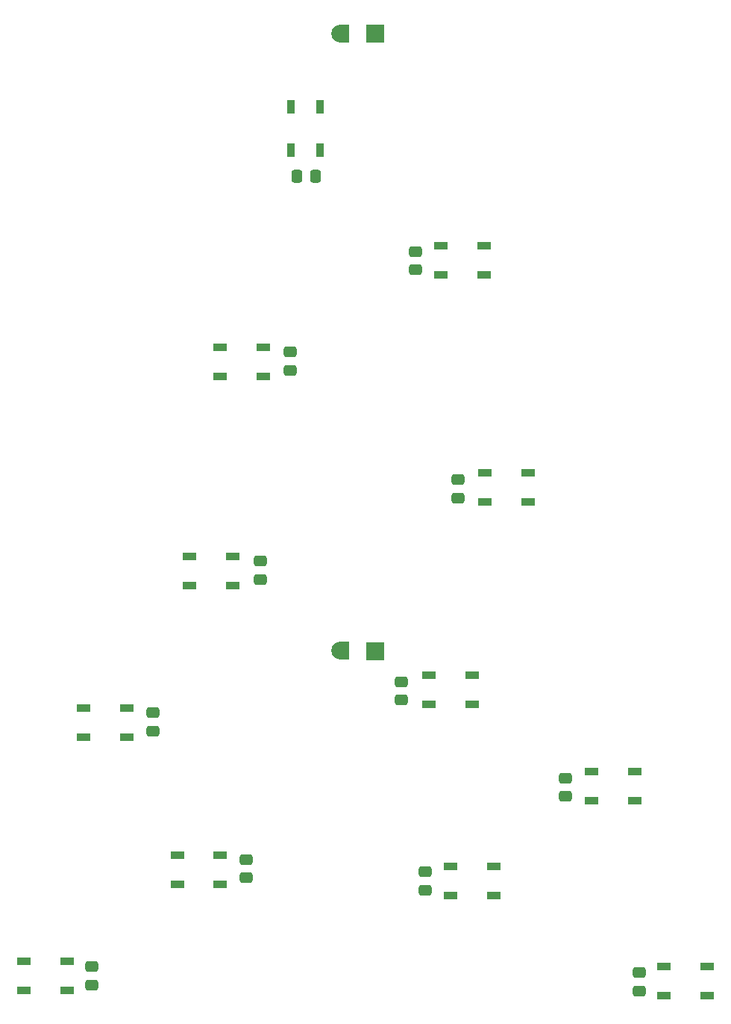
<source format=gtp>
G04 #@! TF.GenerationSoftware,KiCad,Pcbnew,8.0.6*
G04 #@! TF.CreationDate,2024-11-23T10:35:43+01:00*
G04 #@! TF.ProjectId,ChristmasTree,43687269-7374-46d6-9173-547265652e6b,rev?*
G04 #@! TF.SameCoordinates,Original*
G04 #@! TF.FileFunction,Paste,Top*
G04 #@! TF.FilePolarity,Positive*
%FSLAX46Y46*%
G04 Gerber Fmt 4.6, Leading zero omitted, Abs format (unit mm)*
G04 Created by KiCad (PCBNEW 8.0.6) date 2024-11-23 10:35:43*
%MOMM*%
%LPD*%
G01*
G04 APERTURE LIST*
G04 Aperture macros list*
%AMRoundRect*
0 Rectangle with rounded corners*
0 $1 Rounding radius*
0 $2 $3 $4 $5 $6 $7 $8 $9 X,Y pos of 4 corners*
0 Add a 4 corners polygon primitive as box body*
4,1,4,$2,$3,$4,$5,$6,$7,$8,$9,$2,$3,0*
0 Add four circle primitives for the rounded corners*
1,1,$1+$1,$2,$3*
1,1,$1+$1,$4,$5*
1,1,$1+$1,$6,$7*
1,1,$1+$1,$8,$9*
0 Add four rect primitives between the rounded corners*
20,1,$1+$1,$2,$3,$4,$5,0*
20,1,$1+$1,$4,$5,$6,$7,0*
20,1,$1+$1,$6,$7,$8,$9,0*
20,1,$1+$1,$8,$9,$2,$3,0*%
G04 Aperture macros list end*
%ADD10RoundRect,0.250000X-0.475000X0.337500X-0.475000X-0.337500X0.475000X-0.337500X0.475000X0.337500X0*%
%ADD11R,2.000000X2.000000*%
%ADD12R,1.500000X0.900000*%
%ADD13RoundRect,0.250000X0.475000X-0.337500X0.475000X0.337500X-0.475000X0.337500X-0.475000X-0.337500X0*%
%ADD14R,0.900000X1.500000*%
%ADD15C,2.000000*%
%ADD16R,1.000000X2.000000*%
%ADD17RoundRect,0.250000X-0.337500X-0.475000X0.337500X-0.475000X0.337500X0.475000X-0.337500X0.475000X0*%
G04 APERTURE END LIST*
D10*
X111260000Y-86452500D03*
X111260000Y-88527500D03*
X123430000Y-120270000D03*
X123430000Y-122345000D03*
D11*
X101820000Y-35880800D03*
D12*
X107910000Y-108590000D03*
X107910000Y-111890000D03*
X112810000Y-111890000D03*
X112810000Y-108590000D03*
X134600000Y-141620000D03*
X134600000Y-144920000D03*
X139500000Y-144920000D03*
X139500000Y-141620000D03*
D13*
X87170000Y-131567500D03*
X87170000Y-129492500D03*
D11*
X101820000Y-105880800D03*
D13*
X88800000Y-97717500D03*
X88800000Y-95642500D03*
D12*
X85670000Y-98432500D03*
X85670000Y-95132500D03*
X80770000Y-95132500D03*
X80770000Y-98432500D03*
D10*
X104760000Y-109342500D03*
X104760000Y-111417500D03*
D12*
X114260000Y-85690000D03*
X114260000Y-88990000D03*
X119160000Y-88990000D03*
X119160000Y-85690000D03*
X110400000Y-130290000D03*
X110400000Y-133590000D03*
X115300000Y-133590000D03*
X115300000Y-130290000D03*
D14*
X92237500Y-49100000D03*
X95537500Y-49100000D03*
X95537500Y-44200000D03*
X92237500Y-44200000D03*
D12*
X66860000Y-144312500D03*
X66860000Y-141012500D03*
X61960000Y-141012500D03*
X61960000Y-144312500D03*
D10*
X107530000Y-130882500D03*
X107530000Y-132957500D03*
D15*
X97872000Y-105830000D03*
D16*
X98380000Y-105830000D03*
D12*
X109270000Y-59900000D03*
X109270000Y-63200000D03*
X114170000Y-63200000D03*
X114170000Y-59900000D03*
D13*
X92170000Y-74040000D03*
X92170000Y-71965000D03*
D10*
X106390000Y-60552500D03*
X106390000Y-62627500D03*
D13*
X69670000Y-143717500D03*
X69670000Y-141642500D03*
D12*
X73630000Y-115590000D03*
X73630000Y-112290000D03*
X68730000Y-112290000D03*
X68730000Y-115590000D03*
D10*
X131770000Y-142312500D03*
X131770000Y-144387500D03*
D12*
X84250000Y-132310000D03*
X84250000Y-129010000D03*
X79350000Y-129010000D03*
X79350000Y-132310000D03*
D15*
X97872000Y-35830000D03*
D16*
X98380000Y-35830000D03*
D12*
X126380000Y-119480000D03*
X126380000Y-122780000D03*
X131280000Y-122780000D03*
X131280000Y-119480000D03*
D17*
X92932500Y-52060000D03*
X95007500Y-52060000D03*
D13*
X76620000Y-114927500D03*
X76620000Y-112852500D03*
D12*
X89150000Y-74762500D03*
X89150000Y-71462500D03*
X84250000Y-71462500D03*
X84250000Y-74762500D03*
M02*

</source>
